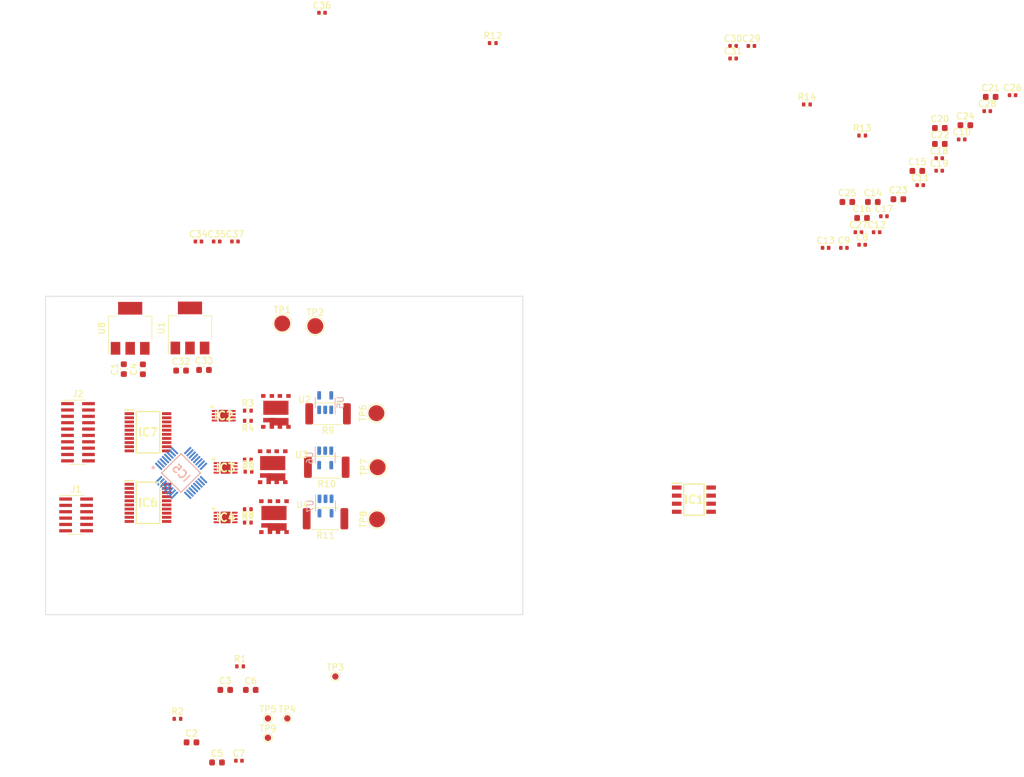
<source format=kicad_pcb>
(kicad_pcb (version 20211014) (generator pcbnew)
  (layers (0 "F.Cu" signal "Front") (1 "In1.Cu" signal) (2 "In2.Cu" signal) (31 "B.Cu" signal "Back") (34 "B.Paste" user) (35 "F.Paste" user) (36 "B.SilkS" user "B.Silkscreen") (37 "F.SilkS" user "F.Silkscreen") (38 "B.Mask" user) (39 "F.Mask" user) (44 "Edge.Cuts" user))
  (property "2" "/2")
  (net 0 "")
  (net 1 "batt")
  (net 2 "GND")
  (net 3 "5v")
  (net 4 "A_current")
  (net 5 "Net-(C11-Pad1)")
  (net 6 "Net-(C11-Pad2)")
  (net 7 "Net-(C12-Pad1)")
  (net 8 "Net-(C12-Pad2)")
  (net 9 "Net-(C13-Pad1)")
  (net 10 "Net-(C13-Pad2)")
  (net 11 "A1")
  (net 12 "B1")
  (net 13 "C1")
  (net 14 "Net-(C30-Pad1)")
  (net 15 "en3")
  (net 16 "en2")
  (net 17 "en1")
  (net 18 "pwm2")
  (net 19 "pwm3")
  (net 20 "pwm1")
  (net 21 "pos")
  (net 22 "3v3")
  (net 23 "Net-(IC1-Pad5)")
  (net 24 "Net-(IC6-Pad1)")
  (net 25 "Net-(IC6-Pad3)")
  (net 26 "Net-(IC6-Pad4)")
  (net 27 "Net-(IC6-Pad5)")
  (net 28 "Net-(IC6-Pad6)")
  (net 29 "Net-(IC6-Pad7)")
  (net 30 "Net-(IC6-Pad8)")
  (net 31 "Net-(IC6-Pad9)")
  (net 32 "Net-(IC7-Pad1)")
  (net 33 "Net-(IC7-Pad3)")
  (net 34 "Net-(IC7-Pad4)")
  (net 35 "Net-(IC7-Pad5)")
  (net 36 "Net-(IC7-Pad6)")
  (net 42 "Net-(IC1-Pad7)")
  (net 43 "Net-(IC1-Pad6)")
  (net 44 "Net-(R3-Pad1)")
  (net 45 "Net-(IC2-Pad8)")
  (net 46 "Net-(R4-Pad1)")
  (net 47 "Net-(IC2-Pad5)")
  (net 48 "Net-(R5-Pad1)")
  (net 49 "Net-(IC3-Pad8)")
  (net 50 "Net-(R6-Pad1)")
  (net 51 "Net-(IC3-Pad5)")
  (net 52 "Net-(R7-Pad1)")
  (net 53 "Net-(IC4-Pad8)")
  (net 54 "Net-(R8-Pad1)")
  (net 55 "Net-(IC4-Pad5)")
  (net 56 "A")
  (net 57 "B")
  (net 58 "C")
  (net 59 "Net-(R12-Pad2)")
  (net 60 "Net-(R13-Pad2)")
  (net 61 "Net-(R14-Pad2)")
  (net 62 "/adc/busy")
  (net 63 "B_current")
  (net 64 "/adc/b0")
  (net 65 "C_current")
  (net 66 "/adc/b1")
  (net 68 "/adc/b2")
  (net 69 "/adc/b3")
  (net 70 "/adc/b4")
  (net 71 "/adc/b5")
  (net 72 "/adc/b6")
  (net 73 "/adc/b7")
  (net 74 "/adc/b8")
  (net 75 "/adc/b9")
  (net 76 "/adc/b10")
  (net 77 "/adc/b11")
  (net 78 "Net-(IC1-Pad8)")
  (net 84 "/adc/a2")
  (net 85 "/adc/a1")
  (net 86 "/adc/a0")
  (net 87 "/adc/wr")
  (net 88 "/adc/clk")
  (net 89 "/adc/rd")
  (footprint "Connector_PinHeader_1.00mm:PinHeader_2x06_P1.00mm_Vertical_SMD" (layer "F.Cu") (at 64.4 134)
    (fp_text reference "J1" (at 0 -4.06) (layer "F.SilkS"))
    (fp_text value "Conn_02x06_Counter_Clockwise")
    (pad "1" smd rect (at -1.65 -2.5) (size 2 0.5) (layers "F.Cu" "F.Paste" "F.Mask") (net 15 "en3"))
    (pad "2" smd rect (at 1.65 -2.5) (size 2 0.5) (layers "F.Cu" "F.Paste" "F.Mask") (net 16 "en2"))
    (pad "3" smd rect (at -1.65 -1.5) (size 2 0.5) (layers "F.Cu" "F.Paste" "F.Mask") (net 17 "en1"))
    (pad "4" smd rect (at 1.65 -1.5) (size 2 0.5) (layers "F.Cu" "F.Paste" "F.Mask") (net 18 "pwm2"))
    (pad "5" smd rect (at -1.65 -0.5) (size 2 0.5) (layers "F.Cu" "F.Paste" "F.Mask") (net 2 "GND"))
    (pad "6" smd rect (at 1.65 -0.5) (size 2 0.5) (layers "F.Cu" "F.Paste" "F.Mask") (net 19 "pwm3"))
    (pad "7" smd rect (at -1.65 0.5) (size 2 0.5) (layers "F.Cu" "F.Paste" "F.Mask") (net 20 "pwm1"))
    (pad "8" smd rect (at 1.65 0.5) (size 2 0.5) (layers "F.Cu" "F.Paste" "F.Mask") (net 2 "GND"))
    (pad "9" smd rect (at -1.65 1.5) (size 2 0.5) (layers "F.Cu" "F.Paste" "F.Mask") (net 21 "pos"))
    (pad "10" smd rect (at 1.65 1.5) (size 2 0.5) (layers "F.Cu" "F.Paste" "F.Mask") (net 13 "C1"))
    (pad "11" smd rect (at -1.65 2.5) (size 2 0.5) (layers "F.Cu" "F.Paste" "F.Mask") (net 12 "B1"))
    (pad "12" smd rect (at 1.65 2.5) (size 2 0.5) (layers "F.Cu" "F.Paste" "F.Mask") (net 11 "A1"))
  )
  (footprint "foc_fpga:pdfn5060" (layer "F.Cu") (at 95.3 125.85)
    (fp_text reference "U3" (at 4.5 -1.3 unlocked) (layer "F.SilkS"))
    (fp_text value "ru30j30m")
    (pad "1" smd rect (at -1.98 3) (size 0.7 0.6) (layers "F.Cu" "F.Paste" "F.Mask") (net 48 "Net-(R5-Pad1)"))
    (pad "2" smd rect (at 0.63 3) (size 0.7 0.6) (layers "F.Cu" "F.Paste" "F.Mask") (net 1 "batt"))
    (pad "2" smd rect (at 1.98 3) (size 0.7 0.6) (layers "F.Cu" "F.Paste" "F.Mask") (net 1 "batt"))
    (pad "2" smd rect (at 0.5 2.1925) (size 2.98 1.185) (layers "F.Cu" "F.Paste" "F.Mask") (net 1 "batt"))
    (pad "2" smd rect (at -0.63 3) (size 0.7 0.6) (layers "F.Cu" "F.Paste" "F.Mask") (net 1 "batt"))
    (pad "2" smd rect (at -1.045 1.95) (size 1.91 0.7) (layers "F.Cu" "F.Paste" "F.Mask") (net 1 "batt"))
    (pad "3" smd rect (at 0 0) (size 3.96 2.22) (layers "F.Cu" "F.Paste" "F.Mask") (net 8 "Net-(C12-Pad2)"))
    (pad "4" smd rect (at -0.63 -1.86) (size 0.7 0.6) (layers "F.Cu" "F.Paste" "F.Mask") (net 2 "GND"))
    (pad "4" smd rect (at 1.98 -1.86) (size 0.7 0.6) (layers "F.Cu" "F.Paste" "F.Mask") (net 2 "GND"))
    (pad "4" smd rect (at 0.63 -1.86) (size 0.7 0.6) (layers "F.Cu" "F.Paste" "F.Mask") (net 2 "GND"))
    (pad "5" smd rect (at -1.98 -1.86) (size 0.7 0.6) (layers "F.Cu" "F.Paste" "F.Mask") (net 50 "Net-(R6-Pad1)"))
  )
  (footprint "Capacitor_SMD:C_0603_1608Metric" (layer "F.Cu") (at 196.61 79.9)
    (fp_text reference "C15" (at 0 -1.43) (layer "F.SilkS"))
    (fp_text value "22uf")
    (pad "1" smd roundrect (at -0.775 0) (size 0.9 0.95) (layers "F.Cu" "F.Paste" "F.Mask") (net 1 "batt"))
    (pad "2" smd roundrect (at 0.775 0) (size 0.9 0.95) (layers "F.Cu" "F.Paste" "F.Mask") (net 2 "GND"))
  )
  (footprint "Connector_PinHeader_1.00mm:PinHeader_2x10_P1.00mm_Vertical_SMD" (layer "F.Cu") (at 64.7 121)
    (fp_text reference "J2" (at 0 -6.06) (layer "F.SilkS"))
    (fp_text value "Conn_02x10_Counter_Clockwise")
    (pad "1" smd rect (at -1.65 -4.5) (size 2 0.5) (layers "F.Cu" "F.Paste" "F.Mask") (net 24 "Net-(IC6-Pad1)"))
    (pad "2" smd rect (at 1.65 -4.5) (size 2 0.5) (layers "F.Cu" "F.Paste" "F.Mask") (net 25 "Net-(IC6-Pad3)"))
    (pad "3" smd rect (at -1.65 -3.5) (size 2 0.5) (layers "F.Cu" "F.Paste" "F.Mask") (net 26 "Net-(IC6-Pad4)"))
    (pad "4" smd rect (at 1.65 -3.5) (size 2 0.5) (layers "F.Cu" "F.Paste" "F.Mask") (net 27 "Net-(IC6-Pad5)"))
    (pad "5" smd rect (at -1.65 -2.5) (size 2 0.5) (layers "F.Cu" "F.Paste" "F.Mask") (net 28 "Net-(IC6-Pad6)"))
    (pad "6" smd rect (at 1.65 -2.5) (size 2 0.5) (layers "F.Cu" "F.Paste" "F.Mask") (net 29 "Net-(IC6-Pad7)"))
    (pad "7" smd rect (at -1.65 -1.5) (size 2 0.5) (layers "F.Cu" "F.Paste" "F.Mask") (net 30 "Net-(IC6-Pad8)"))
    (pad "8" smd rect (at 1.65 -1.5) (size 2 0.5) (layers "F.Cu" "F.Paste" "F.Mask") (net 31 "Net-(IC6-Pad9)"))
    (pad "9" smd rect (at -1.65 -0.5) (size 2 0.5) (layers "F.Cu" "F.Paste" "F.Mask") (net 86 "/adc/a0"))
    (pad "10" smd rect (at 1.65 -0.5) (size 2 0.5) (layers "F.Cu" "F.Paste" "F.Mask") (net 85 "/adc/a1"))
    (pad "11" smd rect (at -1.65 0.5) (size 2 0.5) (layers "F.Cu" "F.Paste" "F.Mask") (net 84 "/adc/a2"))
    (pad "12" smd rect (at 1.65 0.5) (size 2 0.5) (layers "F.Cu" "F.Paste" "F.Mask") (net 87 "/adc/wr"))
    (pad "13" smd rect (at -1.65 1.5) (size 2 0.5) (layers "F.Cu" "F.Paste" "F.Mask") (net 88 "/adc/clk"))
    (pad "14" smd rect (at 1.65 1.5) (size 2 0.5) (layers "F.Cu" "F.Paste" "F.Mask") (net 89 "/adc/rd"))
    (pad "15" smd rect (at -1.65 2.5) (size 2 0.5) (layers "F.Cu" "F.Paste" "F.Mask") (net 2 "GND"))
    (pad "16" smd rect (at 1.65 2.5) (size 2 0.5) (layers "F.Cu" "F.Paste" "F.Mask") (net 32 "Net-(IC7-Pad1)"))
    (pad "17" smd rect (at -1.65 3.5) (size 2 0.5) (layers "F.Cu" "F.Paste" "F.Mask") (net 33 "Net-(IC7-Pad3)"))
    (pad "18" smd rect (at 1.65 3.5) (size 2 0.5) (layers "F.Cu" "F.Paste" "F.Mask") (net 34 "Net-(IC7-Pad4)"))
    (pad "19" smd rect (at -1.65 4.5) (size 2 0.5) (layers "F.Cu" "F.Paste" "F.Mask") (net 35 "Net-(IC7-Pad5)"))
    (pad "20" smd rect (at 1.65 4.5) (size 2 0.5) (layers "F.Cu" "F.Paste" "F.Mask") (net 36 "Net-(IC7-Pad6)"))
  )
  (footprint "Resistor_SMD:R_2512_6332Metric" (layer "F.Cu") (at 103.6 134.6 180)
    (fp_text reference "R11" (at 0 -2.62) (layer "F.SilkS"))
    (fp_text value "1m")
    (pad "1" smd roundrect (at -2.9625 0 180) (size 1.225 3.35) (layers "F.Cu" "F.Paste" "F.Mask") (roundrect_rratio 0.2040816327) (net 58 "C"))
    (pad "2" smd roundrect (at 2.9625 0 180) (size 1.225 3.35) (layers "F.Cu" "F.Paste" "F.Mask") (roundrect_rratio 0.2040816327) (net 10 "Net-(C13-Pad2)"))
  )
  (footprint "Capacitor_SMD:C_0402_1005Metric" (layer "F.Cu") (at 89.99 172.66)
    (fp_text reference "C7" (at 0 -1.16) (layer "F.SilkS"))
    (fp_text value "100nf")
    (pad "1" smd roundrect (at -0.48 0) (size 0.56 0.62) (layers "F.Cu" "F.Paste" "F.Mask") (net 22 "3v3"))
    (pad "2" smd roundrect (at 0.48 0) (size 0.56 0.62) (layers "F.Cu" "F.Paste" "F.Mask") (net 2 "GND"))
  )
  (footprint "Capacitor_SMD:C_0603_1608Metric" (layer "F.Cu") (at 193.63 84.35)
    (fp_text reference "C23" (at 0 -1.43) (layer "F.SilkS"))
    (fp_text value "22uf")
    (pad "1" smd roundrect (at -0.775 0) (size 0.9 0.95) (layers "F.Cu" "F.Paste" "F.Mask") (net 1 "batt"))
    (pad "2" smd roundrect (at 0.775 0) (size 0.9 0.95) (layers "F.Cu" "F.Paste" "F.Mask") (net 2 "GND"))
  )
  (footprint "Capacitor_SMD:C_0402_1005Metric" (layer "F.Cu") (at 86.5 91)
    (fp_text reference "C35" (at 0 -1.16) (layer "F.SilkS"))
    (fp_text value "100nf")
    (pad "1" smd roundrect (at -0.48 0) (size 0.56 0.62) (layers "F.Cu" "F.Paste" "F.Mask") (net 3 "5v"))
    (pad "2" smd roundrect (at 0.48 0) (size 0.56 0.62) (layers "F.Cu" "F.Paste" "F.Mask") (net 2 "GND"))
  )
  (footprint "Capacitor_SMD:C_0402_1005Metric" (layer "F.Cu") (at 200.05 77.9)
    (fp_text reference "C18" (at 0 -1.16) (layer "F.SilkS"))
    (fp_text value "100nf")
    (pad "1" smd roundrect (at -0.48 0) (size 0.56 0.62) (layers "F.Cu" "F.Paste" "F.Mask") (net 3 "5v"))
    (pad "2" smd roundrect (at 0.48 0) (size 0.56 0.62) (layers "F.Cu" "F.Paste" "F.Mask") (net 2 "GND"))
  )
  (footprint "Capacitor_SMD:C_0603_1608Metric" (layer "F.Cu") (at 200.15 73.15)
    (fp_text reference "C20" (at 0 -1.43) (layer "F.SilkS"))
    (fp_text value "22uf")
    (pad "1" smd roundrect (at -0.775 0) (size 0.9 0.95) (layers "F.Cu" "F.Paste" "F.Mask") (net 1 "batt"))
    (pad "2" smd roundrect (at 0.775 0) (size 0.9 0.95) (layers "F.Cu" "F.Paste" "F.Mask") (net 2 "GND"))
  )
  (footprint "Capacitor_SMD:C_0603_1608Metric" (layer "F.Cu") (at 200.15 75.66)
    (fp_text reference "C22" (at 0 -1.43) (layer "F.SilkS"))
    (fp_text value "22uf")
    (pad "1" smd roundrect (at -0.775 0) (size 0.9 0.95) (layers "F.Cu" "F.Paste" "F.Mask") (net 1 "batt"))
    (pad "2" smd roundrect (at 0.775 0) (size 0.9 0.95) (layers "F.Cu" "F.Paste" "F.Mask") (net 2 "GND"))
  )
  (footprint "Package_TO_SOT_SMD:SOT-223-3_TabPin2" (layer "F.Cu") (at 72.9 104.65 90)
    (fp_text reference "U8" (at 0 -4.5 90) (layer "F.SilkS"))
    (fp_text value "AMS1117-3.3")
    (pad "1" smd rect (at -3.15 -2.3 90) (size 2 1.5) (layers "F.Cu" "F.Paste" "F.Mask") (net 2 "GND"))
    (pad "2" smd rect (at -3.15 0 90) (size 2 1.5) (layers "F.Cu" "F.Paste" "F.Mask") (net 22 "3v3"))
    (pad "2" smd rect (at 3.15 0 90) (size 2 3.8) (layers "F.Cu" "F.Paste" "F.Mask") (net 22 "3v3"))
    (pad "3" smd rect (at -3.15 2.3 90) (size 2 1.5) (layers "F.Cu" "F.Paste" "F.Mask") (net 1 "batt"))
  )
  (footprint "KiCad:SON50P300X300X100-9N-D" (layer "F.Cu") (at 87.9 134.4)
    (fp_text reference "IC4" (at 0 0) (layer "F.SilkS") (effects (font (size 1.27 1.27) (thickness 0.254))))
    (fp_text value "NCP81155MNTXG" hide)
    (pad "1" smd rect locked (at -1.45 -0.75 90) (size 0.3 0.85) (layers "F.Cu" "F.Paste" "F.Mask") (net 9 "Net-(C13-Pad1)"))
    (pad "2" smd rect locked (at -1.45 -0.25 90) (size 0.3 0.85) (layers "F.Cu" "F.Paste" "F.Mask") (net 19 "pwm3"))
    (pad "3" smd rect locked (at -1.45 0.25 90) (size 0.3 0.85) (layers "F.Cu" "F.Paste" "F.Mask") (net 15 "en3"))
    (pad "4" smd rect locked (at -1.45 0.75 90) (size 0.3 0.85) (layers "F.Cu" "F.Paste" "F.Mask") (net 1 "batt"))
    (pad "5" smd rect locked (at 1.45 0.75 90) (size 0.3 0.85) (layers "F.Cu" "F.Paste" "F.Mask") (net 55 "Net-(IC4-Pad5)"))
    (pad "6" smd rect locked (at 1.45 0.25 90) (size 0.3 0.85) (layers "F.Cu" "F.Paste" "F.Mask") (net 2 "GND"))
    (pad "7" smd rect locked (at 1.45 -0.25 90) (size 0.3 0.85) (layers "F.Cu" "F.Paste" "F.Mask") (net 10 "Net-(C13-Pad2)"))
    (pad "8" smd rect locked (at 1.45 -0.75 90) (size 0.3 0.85) (layers "F.Cu" "F.Paste" "F.Mask") (net 53 "Net-(IC4-Pad8)"))
    (pad "9" smd rect locked (at 0 0) (size 1.55 1.84) (layers "F.Cu" "F.Paste" "F.Mask") (net 2 "GND"))
  )
  (footprint "Resistor_SMD:R_0402_1005Metric" (layer "F.Cu") (at 91.4 119.2 180)
    (fp_text reference "R4" (at 0 -1.17) (layer "F.SilkS"))
    (fp_text value "20")
    (pad "1" smd roundrect (at -0.51 0 180) (size 0.54 0.64) (layers "F.Cu" "F.Paste" "F.Mask") (net 46 "Net-(R4-Pad1)"))
    (pad "2" smd roundrect (at 0.51 0 180) (size 0.54 0.64) (layers "F.Cu" "F.Paste" "F.Mask") (net 47 "Net-(IC2-Pad5)"))
  )
  (footprint "Resistor_SMD:R_0402_1005Metric" (layer "F.Cu") (at 91.39 135.2)
    (fp_text reference "R8" (at 0 -1.17) (layer "F.SilkS"))
    (fp_text value "20")
    (pad "1" smd roundrect (at -0.51 0) (size 0.54 0.64) (layers "F.Cu" "F.Paste" "F.Mask") (net 54 "Net-(R8-Pad1)"))
    (pad "2" smd roundrect (at 0.51 0) (size 0.54 0.64) (layers "F.Cu" "F.Paste" "F.Mask") (net 55 "Net-(IC4-Pad5)"))
  )
  (footprint "Resistor_SMD:R_0402_1005Metric" (layer "F.Cu") (at 80.33 166.07)
    (fp_text reference "R2" (at 0 -1.17) (layer "F.SilkS"))
    (fp_text value "R")
    (pad "1" smd roundrect (at -0.51 0) (size 0.54 0.64) (layers "F.Cu" "F.Paste" "F.Mask") (net 22 "3v3"))
    (pad "2" smd roundrect (at 0.51 0) (size 0.54 0.64) (layers "F.Cu" "F.Paste" "F.Mask") (net 43 "Net-(IC1-Pad6)"))
  )
  (footprint "KiCad:SON50P300X300X100-9N-D" (layer "F.Cu") (at 87.6 118.4)
    (fp_text reference "IC2" (at 0 0) (layer "F.SilkS") (effects (font (size 1.27 1.27) (thickness 0.254))))
    (fp_text value "NCP81155MNTXG" hide)
    (pad "1" smd rect locked (at -1.45 -0.75 90) (size 0.3 0.85) (layers "F.Cu" "F.Paste" "F.Mask") (net 5 "Net-(C11-Pad1)"))
    (pad "2" smd rect locked (at -1.45 -0.25 90) (size 0.3 0.85) (layers "F.Cu" "F.Paste" "F.Mask") (net 20 "pwm1"))
    (pad "3" smd rect locked (at -1.45 0.25 90) (size 0.3 0.85) (layers "F.Cu" "F.Paste" "F.Mask") (net 17 "en1"))
    (pad "4" smd rect locked (at -1.45 0.75 90) (size 0.3 0.85) (layers "F.Cu" "F.Paste" "F.Mask") (net 1 "batt"))
    (pad "5" smd rect locked (at 1.45 0.75 90) (size 0.3 0.85) (layers "F.Cu" "F.Paste" "F.Mask") (net 47 "Net-(IC2-Pad5)"))
    (pad "6" smd rect locked (at 1.45 0.25 90) (size 0.3 0.85) (layers "F.Cu" "F.Paste" "F.Mask") (net 2 "GND"))
    (pad "7" smd rect locked (at 1.45 -0.25 90) (size 0.3 0.85) (layers "F.Cu" "F.Paste" "F.Mask") (net 6 "Net-(C11-Pad2)"))
    (pad "8" smd rect locked (at 1.45 -0.75 90) (size 0.3 0.85) (layers "F.Cu" "F.Paste" "F.Mask") (net 45 "Net-(IC2-Pad8)"))
    (pad "9" smd rect locked (at 0 0) (size 1.55 1.84) (layers "F.Cu" "F.Paste" "F.Mask") (net 2 "GND"))
  )
  (footprint "Capacitor_SMD:C_0402_1005Metric" (layer "F.Cu") (at 103.05 55.03)
    (fp_text reference "C36" (at 0 -1.16) (layer "F.SilkS"))
    (fp_text value "100nf")
    (pad "1" smd roundrect (at -0.48 0) (size 0.56 0.62) (layers "F.Cu" "F.Paste" "F.Mask") (net 22 "3v3"))
    (pad "2" smd roundrect (at 0.48 0) (size 0.56 0.62) (layers "F.Cu" "F.Paste" "F.Mask") (net 2 "GND"))
  )
  (footprint "TestPoint:TestPoint_Pad_D2.5mm" (layer "F.Cu") (at 111.8 126.5 90)
    (fp_text reference "TP7" (at 0 -2.148 90) (layer "F.SilkS"))
    (fp_text value "TestPoint")
    (pad "1" smd circle (at 0 0 90) (size 2.5 2.5) (layers "F.Cu" "F.Mask") (net 57 "B"))
  )
  (footprint "Capacitor_SMD:C_0603_1608Metric" (layer "F.Cu") (at 74.9 111.1 90)
    (fp_text reference "C4" (at 0 -1.43 90) (layer "F.SilkS"))
    (fp_text value "2.2uf")
    (pad "1" smd roundrect (at -0.775 0 90) (size 0.9 0.95) (layers "F.Cu" "F.Paste" "F.Mask") (net 3 "5v"))
    (pad "2" smd roundrect (at 0.775 0 90) (size 0.9 0.95) (layers "F.Cu" "F.Paste" "F.Mask") (net 2 "GND"))
  )
  (footprint "foc_fpga:pdfn5060" (layer "F.Cu") (at 95.5 133.7)
    (fp_text reference "U4" (at 4.5 -1.3 unlocked) (layer "F.SilkS"))
    (fp_text value "ru30j30m")
    (pad "1" smd rect (at -1.98 3) (size 0.7 0.6) (layers "F.Cu" "F.Paste" "F.Mask") (net 52 "Net-(R7-Pad1)"))
    (pad "2" smd rect (at -0.63 3) (size 0.7 0.6) (layers "F.Cu" "F.Paste" "F.Mask") (net 1 "batt"))
    (pad "2" smd rect (at -1.045 1.95) (size 1.91 0.7) (layers "F.Cu" "F.Paste" "F.Mask") (net 1 "batt"))
    (pad "2" smd rect (at 0.63 3) (size 0.7 0.6) (layers "F.Cu" "F.Paste" "F.Mask") (net 1 "batt"))
    (pad "2" smd rect (at 1.98 3) (size 0.7 0.6) (layers "F.Cu" "F.Paste" "F.Mask") (net 1 "batt"))
    (pad "2" smd rect (at 0.5 2.1925) (size 2.98 1.185) (layers "F.Cu" "F.Paste" "F.Mask") (net 1 "batt"))
    (pad "3" smd rect (at 0 0) (size 3.96 2.22) (layers "F.Cu" "F.Paste" "F.Mask") (net 10 "Net-(C13-Pad2)"))
    (pad "4" smd rect (at 1.98 -1.86) (size 0.7 0.6) (layers "F.Cu" "F.Paste" "F.Mask") (net 2 "GND"))
    (pad "4" smd rect (at -0.63 -1.86) (size 0.7 0.6) (layers "F.Cu" "F.Paste" "F.Mask") (net 2 "GND"))
    (pad "4" smd rect (at 0.63 -1.86) (size 0.7 0.6) (layers "F.Cu" "F.Paste" "F.Mask") (net 2 "GND"))
    (pad "5" smd rect (at -1.98 -1.86) (size 0.7 0.6) (layers "F.Cu" "F.Paste" "F.Mask") (net 54 "Net-(R8-Pad1)"))
  )
  (footprint "Capacitor_SMD:C_0402_1005Metric" (layer "F.Cu") (at 207.6 70.5)
    (fp_text reference "C28" (at 0 -1.16) (layer "F.SilkS"))
    (fp_text value "47nf")
    (pad "1" smd roundrect (at -0.48 0) (size 0.56 0.62) (layers "F.Cu" "F.Paste" "F.Mask") (net 65 "C_current"))
    (pad "2" smd roundrect (at 0.48 0) (size 0.56 0.62) (layers "F.Cu" "F.Paste" "F.Mask") (net 2 "GND"))
  )
  (footprint "Resistor_SMD:R_0402_1005Metric" (layer "F.Cu") (at 129.89 59.8)
    (fp_text reference "R12" (at 0 -1.17) (layer "F.SilkS"))
    (fp_text value "1k")
    (pad "1" smd roundrect (at -0.51 0) (size 0.54 0.64) (layers "F.Cu" "F.Paste" "F.Mask") (net 4 "A_current"))
    (pad "2" smd roundrect (at 0.51 0) (size 0.54 0.64) (layers "F.Cu" "F.Paste" "F.Mask") (net 59 "Net-(R12-Pad2)"))
  )
  (footprint "Resistor_SMD:R_0402_1005Metric" (layer "F.Cu") (at 91.39 133.1 180)
    (fp_text reference "R7" (at 0 -1.17) (layer "F.SilkS"))
    (fp_text value "20")
    (pad "1" smd roundrect (at -0.51 0 180) (size 0.54 0.64) (layers "F.Cu" "F.Paste" "F.Mask") (net 52 "Net-(R7-Pad1)"))
    (pad "2" smd roundrect (at 0.51 0 180) (size 0.54 0.64) (layers "F.Cu" "F.Paste" "F.Mask") (net 53 "Net-(IC4-Pad8)"))
  )
  (footprint "Capacitor_SMD:C_0603_1608Metric" (layer "F.Cu") (at 204.16 72.71)
    (fp_text reference "C24" (at 0 -1.43) (layer "F.SilkS"))
    (fp_text value "22uf")
    (pad "1" smd roundrect (at -0.775 0) (size 0.9 0.95) (layers "F.Cu" "F.Paste" "F.Mask") (net 1 "batt"))
    (pad "2" smd roundrect (at 0.775 0) (size 0.9 0.95) (layers "F.Cu" "F.Paste" "F.Mask") (net 2 "GND"))
  )
  (footprint "Capacitor_SMD:C_0402_1005Metric" (layer "F.Cu") (at 187.35 89.54)
    (fp_text reference "C27" (at 0 -1.16) (layer "F.SilkS"))
    (fp_text value "47nf")
    (pad "1" smd roundrect (at -0.48 0) (size 0.56 0.62) (layers "F.Cu" "F.Paste" "F.Mask") (net 63 "B_current"))
    (pad "2" smd roundrect (at 0.48 0) (size 0.56 0.62) (layers "F.Cu" "F.Paste" "F.Mask") (net 2 "GND"))
  )
  (footprint "Package_TO_SOT_SMD:SOT-223-3_TabPin2" (layer "F.Cu") (at 82.3 104.6 90)
    (fp_text reference "U1" (at 0 -4.5 90) (layer "F.SilkS"))
    (fp_text value "AMS1117-5.0")
    (pad "1" smd rect (at -3.15 -2.3 90) (size 2 1.5) (layers "F.Cu" "F.Paste" "F.Mask") (net 2 "GND"))
    (pad "2" smd rect (at 3.15 0 90) (size 2 3.8) (layers "F.Cu" "F.Paste" "F.Mask") (net 3 "5v"))
    (pad "2" smd rect (at -3.15 0 90) (size 2 1.5) (layers "F.Cu" "F.Paste" "F.Mask") (net 3 "5v"))
    (pad "3" smd rect (at -3.15 2.3 90) (size 2 1.5) (layers "F.Cu" "F.Paste" "F.Mask") (net 1 "batt"))
  )
  (footprint "Capacitor_SMD:C_0603_1608Metric" (layer "F.Cu") (at 84.5 111.2)
    (fp_text reference "C33" (at 0 -1.43) (layer "F.SilkS"))
    (fp_text value "2.2uf")
    (pad "1" smd roundrect (at -0.775 0) (size 0.9 0.95) (layers "F.Cu" "F.Paste" "F.Mask") (net 22 "3v3"))
    (pad "2" smd roundrect (at 0.775 0) (size 0.9 0.95) (layers "F.Cu" "F.Paste" "F.Mask") (net 2 "GND"))
  )
  (footprint "Capacitor_SMD:C_0402_1005Metric" (layer "F.Cu") (at 200.05 79.87)
    (fp_text reference "C19" (at 0 -1.16) (layer "F.SilkS"))
    (fp_text value "100nf")
    (pad "1" smd roundrect (at -0.48 0) (size 0.56 0.62) (layers "F.Cu" "F.Paste" "F.Mask") (net 3 "5v"))
    (pad "2" smd roundrect (at 0.48 0) (size 0.56 0.62) (layers "F.Cu" "F.Paste" "F.Mask") (net 2 "GND"))
  )
  (footprint "TestPoint:TestPoint_Pad_D1.0mm" (layer "F.Cu") (at 97.6 166)
    (fp_text reference "TP4" (at 0 -1.448) (layer "F.SilkS"))
    (fp_text value "scl")
    (pad "1" smd circle (at 0 0) (size 1 1) (layers "F.Cu" "F.Mask") (net 42 "Net-(IC1-Pad7)"))
  )
  (footprint "Capacitor_SMD:C_0603_1608Metric" (layer "F.Cu") (at 71.9 111.075 90)
    (fp_text reference "C1" (at 0 -1.43 90) (layer "F.SilkS"))
    (fp_text value "2.2uf")
    (pad "1" smd roundrect (at -0.775 0 90) (size 0.9 0.95) (layers "F.Cu" "F.Paste" "F.Mask") (net 1 "batt"))
    (pad "2" smd roundrect (at 0.775 0 90) (size 0.9 0.95) (layers "F.Cu" "F.Paste" "F.Mask") (net 2 "GND"))
  )
  (footprint "Capacitor_SMD:C_0603_1608Metric" (layer "F.Cu") (at 86.55 172.93)
    (fp_text reference "C5" (at 0 -1.43) (layer "F.SilkS"))
    (fp_text value "22uf")
    (pad "1" smd roundrect (at -0.775 0) (size 0.9 0.95) (layers "F.Cu" "F.Paste" "F.Mask") (net 1 "batt"))
    (pad "2" smd roundrect (at 0.775 0) (size 0.9 0.95) (layers "F.Cu" "F.Paste" "F.Mask") (net 2 "GND"))
  )
  (footprint "Capacitor_SMD:C_0402_1005Metric" (layer "F.Cu") (at 185.07 92)
    (fp_text reference "C9" (at 0 -1.16) (layer "F.SilkS"))
    (fp_text value "2.2uf")
    (pad "1" smd roundrect (at -0.48 0) (size 0.56 0.62) (layers "F.Cu" "F.Paste" "F.Mask") (net 1 "batt"))
    (pad "2" smd roundrect (at 0.48 0) (size 0.56 0.62) (layers "F.Cu" "F.Paste" "F.Mask") (net 2 "GND"))
  )
  (footprint "Capacitor_SMD:C_0402_1005Metric" (layer "F.Cu") (at 182.2 92)
    (fp_text reference "C13" (at 0 -1.16) (layer "F.SilkS"))
    (fp_text value "100nf")
    (pad "1" smd roundrect (at -0.48 0) (size 0.56 0.62) (layers "F.Cu" "F.Paste" "F.Mask") (net 9 "Net-(C13-Pad1)"))
    (pad "2" smd roundrect (at 0.48 0) (size 0.56 0.62) (layers "F.Cu" "F.Paste" "F.Mask") (net 10 "Net-(C13-Pad2)"))
  )
  (footprint "Capacitor_SMD:C_0402_1005Metric" (layer "F.Cu") (at 167.66 60.25)
    (fp_text reference "C30" (at 0 -1.16) (layer "F.SilkS"))
    (fp_text value "100nf")
    (pad "1" smd roundrect (at -0.48 0) (size 0.56 0.62) (layers "F.Cu" "F.Paste" "F.Mask") (net 14 "Net-(C30-Pad1)"))
    (pad "2" smd roundrect (at 0.48 0) (size 0.56 0.62) (layers "F.Cu" "F.Paste" "F.Mask") (net 2 "GND"))
  )
  (footprint "Capacitor_SMD:C_0402_1005Metric" (layer "F.Cu") (at 83.63 91)
    (fp_text reference "C34" (at 0 -1.16) (layer "F.SilkS"))
    (fp_text value "100nf")
    (pad "1" smd roundrect (at -0.48 0) (size 0.56 0.62) (layers "F.Cu" "F.Paste" "F.Mask") (net 3 "5v"))
    (pad "2" smd roundrect (at 0.48 0) (size 0.56 0.62) (layers "F.Cu" "F.Paste" "F.Mask") (net 2 "GND"))
  )
  (footprint "Capacitor_SMD:C_0402_1005Metric" (layer "F.Cu") (at 187.94 91.51)
    (fp_text reference "C8" (at 0 -1.16) (layer "F.SilkS"))
    (fp_text value "2.2uf")
    (pad "1" smd roundrect (at -0.48 0) (size 0.56 0.62) (layers "F.Cu" "F.Paste" "F.Mask") (net 1 "batt"))
    (pad "2" smd roundrect (at 0.48 0) (size 0.56 0.62) (layers "F.Cu" "F.Paste" "F.Mask") (net 2 "GND"))
  )
  (footprint "Capacitor_SMD:C_0402_1005Metric" (layer "F.Cu") (at 191.36 87.03)
    (fp_text reference "C17" (at 0 -1.16) (layer "F.SilkS"))
    (fp_text value "100nf")
    (pad "1" smd roundrect (at -0.48 0) (size 0.56 0.62) (layers "F.Cu" "F.Paste" "F.Mask") (net 3 "5v"))
    (pad "2" smd roundrect (at 0.48 0) (size 0.56 0.62) (layers "F.Cu" "F.Paste" "F.Mask") (net 2 "GND"))
  )
  (footprint "TestPoint:TestPoint_Pad_D1.0mm" (layer "F.Cu") (at 105.15 159.41)
    (fp_text reference "TP3" (at 0 -1.448) (layer "F.SilkS"))
    (fp_text value "dir")
    (pad "1" smd circle (at 0 0) (size 1 1) (layers "F.Cu" "F.Mask") (net 78 "Net-(IC1-Pad8)"))
  )
  (footprint "Capacitor_SMD:C_0603_1608Metric" (layer "F.Cu") (at 87.84 161.52)
    (fp_text reference "C3" (at 0 -1.43) (layer "F.SilkS"))
    (fp_text value "22uf")
    (pad "1" smd roundrect (at -0.775 0) (size 0.9 0.95) (layers "F.Cu" "F.Paste" "F.Mask") (net 1 "batt"))
    (pad "2" smd roundrect (at 0.775 0) (size 0.9 0.95) (layers "F.Cu" "F.Paste" "F.Mask") (net 2 "GND"))
  )
  (footprint "TestPoint:TestPoint_Pad_D1.0mm" (layer "F.Cu") (at 94.55 166)
    (fp_text reference "TP5" (at 0 -1.448) (layer "F.SilkS"))
    (fp_text value "sda")
    (pad "1" smd circle (at 0 0) (size 1 1) (layers "F.Cu" "F.Mask") (net 43 "Net-(IC1-Pad6)"))
  )
  (footprint "Resistor_SMD:R_2512_6332Metric" (layer "F.Cu") (at 104 118.1 180)
    (fp_text reference "R9" (at 0 -2.62) (layer "F.SilkS"))
    (fp_text value "1m")
    (pad "1" smd roundrect (at -2.9625 0 180) (size 1.225 3.35) (layers "F.Cu" "F.Paste" "F.Mask") (roundrect_rratio 0.2040816327) (net 56 "A"))
    (pad "2" smd roundrect (at 2.9625 0 180) (size 1.225 3.35) (layers "F.Cu" "F.Paste" "F.Mask") (roundrect_rratio 0.2040816327) (net 6 "Net-(C11-Pad2)"))
  )
  (footprint "KiCad:SOIC127P600X175-8N" (layer "F.Cu") (at 161.5 131.6)
    (fp_text reference "IC1" (at 0 0) (layer "F.SilkS") (effects (font (size 1.27 1.27) (thickness 0.254))))
    (fp_text value "AS5600-ASOM" hide)
    (pad "1" smd rect locked (at -2.7 -1.905 90) (size 0.65 1.5) (layers "F.Cu" "F.Paste" "F.Mask") (net 22 "3v3"))
    (pad "2" smd rect locked (at -2.7 -0.635 90) (size 0.65 1.5) (layers "F.Cu" "F.Paste" "F.Mask") (net 22 "3v3"))
    (pad "3" smd rect locked (at -2.7 0.635 90) (size 0.65 1.5) (layers "F.Cu" "F.Paste" "F.Mask") (net 21 "pos"))
    (pad "4" smd rect locked (at -2.7 1.905 90) (size 0.65 1.5) (layers "F.Cu" "F.Paste" "F.Mask") (net 2 "GND"))
    (pad "5" smd rect locked (at 2.7 1.905 90) (size 0.65 1.5) (layers "F.Cu" "F.Paste" "F.Mask") (net 23 "Net-(IC1-Pad5)"))
    (pad "6" smd rect locked (at 2.7 0.635 90) (size 0.65 1.5) (layers "F.Cu" "F.Paste" "F.Mask") (net 43 "Net-(IC1-Pad6)"))
    (pad "7" smd rect locked (at 2.7 -0.635 90) (size 0.65 1.5) (layers "F.Cu" "F.Paste" "F.Mask") (net 42 "Net-(IC1-Pad7)"))
    (pad "8" smd rect locked (at 2.7 -1.905 90) (size 0.65 1.5) (layers "F.Cu" "F.Paste" "F.Mask") (net 78 "Net-(IC1-Pad8)"))
  )
  (footprint "Capacitor_SMD:C_0603_1608Metric" (layer "F.Cu") (at 208.14 68.26)
    (fp_text reference "C21" (at 0 -1.43) (layer "F.SilkS"))
    (fp_text value "22uf")
    (pad "1" smd roundrect (at -0.775 0) (size 0.9 0.95) (layers "F.Cu" "F.Paste" "F.Mask") (net 1 "batt"))
    (pad "2" smd roundrect (at 0.775 0) (size 0.9 0.95) (layers "F.Cu" "F.Paste" "F.Mask") (net 2 "GND"))
  )
  (footprint "Capacitor_SMD:C_0402_1005Metric" (layer "F.Cu") (at 89.37 91)
    (fp_text reference "C37" (at 0 -1.16) (layer "F.SilkS"))
    (fp_text value "100nf")
    (pad "1" smd roundrect (at -0.48 0) (size 0.56 0.62) (layers "F.Cu" "F.Paste" "F.Mask") (net 22 "3v3"))
    (pad "2" smd roundrect (at 0.48 0) (size 0.56 0.62) (layers "F.Cu" "F.Paste" "F.Mask") (net 2 "GND"))
  )
  (footprint "Capacitor_SMD:C_0402_1005Metric" (layer "F.Cu") (at 190.22 89.54)
    (fp_text reference "C12" (at 0 -1.16) (layer "F.SilkS"))
    (fp_text value "100nf")
    (pad "1" smd roundrect (at -0.48 0) (size 0.56 0.62) (layers "F.Cu" "F.Paste" "F.Mask") (net 7 "Net-(C12-Pad1)"))
    (pad "2" smd roundrect (at 0.48 0) (size 0.56 0.62) (layers "F.Cu" "F.Paste" "F.Mask") (net 8 "Net-(C12-Pad2)"))
  )
  (footprint "Capacitor_SMD:C_0402_1005Metric" (layer "F.Cu") (at 170.53 60.25)
    (fp_text reference "C29" (at 0 -1.16) (layer "F.SilkS"))
    (fp_text value "100nf")
    (pad "1" smd roundrect (at -0.48 0) (size 0.56 0.62) (layers "F.Cu" "F.Paste" "F.Mask") (net 3 "5v"))
    (pad "2" smd roundrect (at 0.48 0) (size 0.56 0.62) (layers "F.Cu" "F.Paste" "F.Mask") (net 2 "GND"))
  )
  (footprint "Capacitor_SMD:C_0402_1005Metric" (layer "F.Cu") (at 197.07 82.14)
    (fp_text reference "C11" (at 0 -1.16) (layer "F.SilkS"))
    (fp_text value "100nf")
    (pad "1" smd roundrect (at -0.48 0) (size 0.56 0.62) (layers "F.Cu" "F.Paste" "F.Mask") (net 5 "Net-(C11-Pad1)"))
    (pad "2" smd roundrect (at 0.48 0) (size 0.56 0.62) (layers "F.Cu" "F.Paste" "F.Mask") (net 6 "Net-(C11-Pad2)"))
  )
  (footprint "Resistor_SMD:R_0402_1005Metric" (layer "F.Cu") (at 91.4 125.3 180)
    (fp_text reference "R5" (at 0 -1.17) (layer "F.SilkS"))
    (fp_text value "20")
    (pad "1" smd roundrect (at -0.51 0 180) (size 0.54 0.64) (layers "F.Cu" "F.Paste" "F.Mask") (net 48 "Net-(R5-Pad1)"))
    (pad "2" smd roundrect (at 0.51 0 180) (size 0.54 0.64) (layers "F.Cu" "F.Paste" "F.Mask") (net 49 "Net-(IC3-Pad8)"))
  )
  (footprint "KiCad:SON50P300X300X100-9N-D" (layer "F.Cu") (at 87.9 126.6)
    (fp_text reference "IC3" (at 0 0) (layer "F.SilkS") (effects (font (size 1.27 1.27) (thickness 0.254))))
    (fp_text value "NCP81155MNTXG" hide)
    (pad "1" smd rect locked (at -1.45 -0.75 90) (size 0.3 0.85) (layers "F.Cu" "F.Paste" "F.Mask") (net 7 "Net-(C12-Pad1)"))
    (pad "2" smd rect locked (at -1.45 -0.25 90) (size 0.3 0.85) (layers "F.Cu" "F.Paste" "F.Mask") (net 18 "pwm2"))
    (pad "3" smd rect locked (at -1.45 0.25 90) (size 0.3 0.85) (layers "F.Cu" "F.Paste" "F.Mask") (net 16 "en2"))
    (pad "4" smd rect locked (at -1.45 0.75 90) (size 0.3 0.85) (layers "F.Cu" "F.Paste" "F.Mask") (net 1 "batt"))
    (pad "5" smd rect locked (at 1.45 0.75 90) (size 0.3 0.85) (layers "F.Cu" "F.Paste" "F.Mask") (net 51 "Net-(IC3-Pad5)"))
    (pad "6" smd rect locked (at 1.45 0.25 90) (size 0.3 0.85) (layers "F.Cu" "F.Paste" "F.Mask") (net 2 "GND"))
    (pad "7" smd rect locked (at 1.45 -0.25 90) (size 0.3 0.85) (layers "F.Cu" "F.Paste" "F.Mask") (net 8 "Net-(C12-Pad2)"))
    (pad "8" smd rect locked (at 1.45 -0.75 90) (size 0.3 0.85) (layers "F.Cu" "F.Paste" "F.Mask") (net 49 "Net-(IC3-Pad8)"))
    (pad "9" smd rect locked (at 0 0) (size 1.55 1.84) (layers "F.Cu" "F.Paste" "F.Mask") (net 2 "GND"))
  )
  (footprint "Capacitor_SMD:C_0402_1005Metric" (layer "F.Cu") (at 203.59 74.95)
    (fp_text reference "C10" (at 0 -1.16) (layer "F.SilkS"))
    (fp_text value "2.2uf")
    (pad "1" smd roundrect (at -0.48 0) (size 0.56 0.62) (layers "F.Cu" "F.Paste" "F.Mask") (net 1 "batt"))
    (pad "2" smd roundrect (at 0.48 0) (size 0.56 0.62) (layers "F.Cu" "F.Paste" "F.Mask") (net 2 "GND"))
  )
  (footprint "TestPoint:TestPoint_Pad_D2.5mm" (layer "F.Cu") (at 96.8 103.9)
    (fp_text reference "TP1" (at 0 -2.148) (layer "F.SilkS"))
    (fp_text value "batt")
    (pad "1" smd circle (at 0 0) (size 2.5 2.5) (layers "F.Cu" "F.Mask") (net 1 "batt"))
  )
  (footprint "TestPoint:TestPoint_Pad_D2.5mm" (layer "F.Cu") (at 111.7 134.7 90)
    (fp_text reference "TP8" (at 0 -2.148 90) (layer "F.SilkS"))
    (fp_text value "TestPoint")
    (pad "1" smd circle (at 0 0 90) (size 2.5 2.5) (layers "F.Cu" "F.Mask") (net 58 "C"))
  )
  (footprint "TestPoint:TestPoint_Pad_D2.5mm" (layer "F.Cu") (at 111.6 118 90)
    (fp_text reference "TP6" (at 0 -2.148 90) (layer "F.SilkS"))
    (fp_text value "TestPoint")
    (pad "1" smd circle (at 0 0 90) (size 2.5 2.5) (layers "F.Cu" "F.Mask") (net 56 "A"))
  )
  (footprint "Capacitor_SMD:C_0402_1005Metric" (layer "F.Cu") (at 211.58 67.99)
    (fp_text reference "C26" (at 0 -1.16) (layer "F.SilkS"))
    (fp_text value "47nf")
    (pad "1" smd roundrect (at -0.48 0) (size 0.56 0.62) (layers "F.Cu" "F.Paste" "F.Mask") (net 4 "A_current"))
    (pad "2" smd roundrect (at 0.48 0) (size 0.56 0.62) (layers "F.Cu" "F.Paste" "F.Mask") (net 2 "GND"))
  )
  (footprint "Capacitor_SMD:C_0603_1608Metric" (layer "F.Cu") (at 187.92 87.3)
    (fp_text reference "C16" (at 0 -1.43) (layer "F.SilkS"))
    (fp_text value "22uf")
    (pad "1" smd roundrect (at -0.775 0) (size 0.9 0.95) (layers "F.Cu" "F.Paste" "F.Mask") (net 1 "batt"))
    (pad "2" smd roundrect (at 0.775 0) (size 0.9 0.95) (layers "F.Cu" "F.Paste" "F.Mask") (net 2 "GND"))
  )
  (footprint "Capacitor_SMD:C_0402_1005Metric" (layer "F.Cu") (at 167.66 62.22)
    (fp_text reference "C31" (at 0 -1.16) (layer "F.SilkS"))
    (fp_text value "2.2uf")
    (pad "1" smd roundrect (at -0.48 0) (size 0.56 0.62) (layers "F.Cu" "F.Paste" "F.Mask") (net 14 "Net-(C30-Pad1)"))
    (pad "2" smd roundrect (at 0.48 0) (size 0.56 0.62) (layers "F.Cu" "F.Paste" "F.Mask") (net 2 "GND"))
  )
  (footprint "Resistor_SMD:R_0402_1005Metric" (layer "F.Cu") (at 90.18 157.82)
    (fp_text reference "R1" (at 0 -1.17) (layer "F.SilkS"))
    (fp_text value "R")
    (pad "1" smd roundrect (at -0.51 0) (size 0.54 0.64) (layers "F.Cu" "F.Paste" "F.Mask") (net 22 "3v3"))
    (pad "2" smd roundrect (at 0.51 0) (size 0.54 0.64) (layers "F.Cu" "F.Paste" "F.Mask") (net 42 "Net-(IC1-Pad7)"))
  )
  (footprint "Resistor_SMD:R_0402_1005Metric" (layer "F.Cu") (at 91.49 127.2)
    (fp_text reference "R6" (at 0 -1.17) (layer "F.SilkS"))
    (fp_text value "20")
    (pad "1" smd roundrect (at -0.51 0) (size 0.54 0.64) (layers "F.Cu" "F.Paste" "F.Mask") (net 50 "Net-(R6-Pad1)"))
    (pad "2" smd roundrect (at 0.51 0) (size 0.54 0.64) (layers "F.Cu" "F.Paste" "F.Mask") (net 51 "Net-(IC3-Pad5)"))
  )
  (footprint "foc_fpga:pdfn5060" (layer "F.Cu") (at 95.8 117.15)
    (fp_text reference "U2" (at 4.5 -1.3 unlocked) (layer "F.SilkS"))
    (fp_text value "ru30j30m")
    (pad "1" smd rect (at -1.98 3) (size 0.7 0.6) (layers "F.Cu" "F.Paste" "F.Mask") (net 44 "Net-(R3-Pad1)"))
    (pad "2" smd rect (at -0.63 3) (size 0.7 0.6) (layers "F.Cu" "F.Paste" "F.Mask") (net 1 "batt"))
    (pad "2" smd rect (at -1.045 1.95) (size 1.91 0.7) (layers "F.Cu" "F.Paste" "F.Mask") (net 1 "batt"))
    (pad "2" smd rect (at 0.63 3) (size 0.7 0.6) (layers "F.Cu" "F.Paste" "F.Mask") (net 1 "batt"))
    (pad "2" smd rect (at 0.5 2.1925) (size 2.98 1.185) (layers "F.Cu" "F.Paste" "F.Mask") (net 1 "batt"))
    (pad "2" smd rect (at 1.98 3) (size 0.7 0.6) (layers "F.Cu" "F.Paste" "F.Mask") (net 1 "batt"))
    (pad "3" smd rect (at 0 0) (size 3.96 2.22) (layers "F.Cu" "F.Paste" "F.Mask") (net 6 "Net-(C11-Pad2)"))
    (pad "4" smd rect (at 1.98 -1.86) (size 0.7 0.6) (layers "F.Cu" "F.Paste" "F.Mask") (net 2 "GND"))
    (pad "4" smd rect (at 0.63 -1.86) (size 0.7 0.6) (layers "F.Cu" "F.Paste" "F.Mask") (net 2 "GND"))
    (pad "4" smd rect (at -0.63 -1.86) (size 0.7 0.6) (layers "F.Cu" "F.Paste" "F.Mask") (net 2 "GND"))
    (pad "5" smd rect (at -1.98 -1.86) (size 0.7 0.6) (layers "F.Cu" "F.Paste" "F.Mask") (net 46 "Net-(R4-Pad1)"))
  )
  (footprint "Capacitor_SMD:C_0603_1608Metric" (layer "F.Cu") (at 80.9 111.3)
    (fp_text reference "C32" (at 0 -1.43) (layer "F.SilkS"))
    (fp_text value "2.2uf")
    (pad "1" smd roundrect (at -0.775 0) (size 0.9 0.95) (layers "F.Cu" "F.Paste" "F.Mask") (net 1 "batt"))
    (pad "2" smd roundrect (at 0.775 0) (size 0.9 0.95) (layers "F.Cu" "F.Paste" "F.Mask") (net 2 "GND"))
  )
  (footprint "Resistor_SMD:R_0402_1005Metric" (layer "F.Cu") (at 179.26 69.45)
    (fp_text reference "R14" (at 0 -1.17) (layer "F.SilkS"))
    (fp_text value "1k")
    (pad "1" smd roundrect (at -0.51 0) (size 0.54 0.64) (layers "F.Cu" "F.Paste" "F.Mask") (net 65 "C_current"))
    (pad "2" smd roundrect (at 0.51 0) (size 0.54 0.64) (layers "F.Cu" "F.Paste" "F.Mask") (net 61 "Net-(R14-Pad2)"))
  )
  (footprint "Capacitor_SMD:C_0603_1608Metric" (layer "F.Cu") (at 185.61 84.79)
    (fp_text reference "C25" (at 0 -1.43) (layer "F.SilkS"))
    (fp_text value "22uf")
    (pad "1" smd roundrect (at -0.775 0) (size 0.9 0.95) (layers "F.Cu" "F.Paste" "F.Mask") (net 1 "batt"))
    (pad "2" smd roundrect (at 0.775 0) (size 0.9 0.95) (layers "F.Cu" "F.Paste" "F.Mask") (net 2 "GND"))
  )
  (footprint "Resistor_SMD:R_0402_1005Metric" (layer "F.Cu") (at 187.95 74.34)
    (fp_text reference "R13" (at 0 -1.17) (layer "F.SilkS"))
    (fp_text value "1k")
    (pad "1" smd roundrect (at -0.51 0) (size 0.54 0.64) (layers "F.Cu" "F.Paste" "F.Mask") (net 63 "B_current"))
    (pad "2" smd roundrect (at 0.51 0) (size 0.54 0.64) (layers "F.Cu" "F.Paste" "F.Mask") (net 60 "Net-(R13-Pad2)"))
  )
  (footprint "Capacitor_SMD:C_0603_1608Metric" (layer "F.Cu") (at 82.54 169.77)
    (fp_text reference "C2" (at 0 -1.43) (layer "F.SilkS"))
    (fp_text value "22uf")
    (pad "1" smd roundrect (at -0.775 0) (size 0.9 0.95) (layers "F.Cu" "F.Paste" "F.Mask") (net 1 "batt"))
    (pad "2" smd roundrect (at 0.775 0) (size 0.9 0.95) (layers "F.Cu" "F.Paste" "F.Mask") (net 2 "GND"))
  )
  (footprint "TestPoint:TestPoint_Pad_D2.5mm" (layer "F.Cu") (at 102 104.3)
    (fp_text reference "TP2" (at 0 -2.148) (layer "F.SilkS"))
    (fp_text value "gnd")
    (pad "1" smd circle (at 0 0) (size 2.5 2.5) (layers "F.Cu" "F.Mask") (net 2 "GND"))
  )
  (footprint "KiCad:SOP65P640X120-20N" (layer "F.Cu") (at 75.7 121)
    (fp_text reference "IC7" (at 0 0) (layer "F.SilkS") (effects (font (size 1.27 1.27) (thickness 0.254))))
    (fp_text value "TXB0108PWRG4" hide)
    (pad "1" smd rect locked (at -2.938 -2.925 90) (size 0.45 1.475) (layers "F.Cu" "F.Paste" "F.Mask") (net 32 "Net-(IC7-Pad1)"))
    (pad "2" smd rect locked (at -2.938 -2.275 90) (size 0.45 1.475) (layers "F.Cu" "F.Paste" "F.Mask") (net 22 "3v3"))
    (pad "3" smd rect locked (at -2.938 -1.625 90) (size 0.45 1.475) (layers "F.Cu" "F.Paste" "F.Mask") (net 33 "Net-(IC7-Pad3)"))
    (pad "4" smd rect locked (at -2.938 -0.975 90) (size 0.45 1.475) (layers "F.Cu" "F.Paste" "F.Mask") (net 34 "Net-(IC7-Pad4)"))
    (pad "5" smd rect locked (at -2.938 -0.325 90) (size 0.45 1.475) (layers "F.Cu" "F.Paste" "F.Mask") (net 35 "Net-(IC7-Pad5)"))
    (pad "6" smd rect locked (at -2.938 0.325 90) (size 0.45 1.475) (layers "F.Cu" "F.Paste" "F.Mask") (net 36 "Net-(IC7-Pad6)"))
    (pad "7" smd rect locked (at -2.938 0.975 90) (size 0.45 1.475) (layers "F.Cu" "F.Paste" "F.Mask"))
    (pad "8" smd rect locked (at -2.938 1.625 90) (size 0.45 1.475) (layers "F.Cu" "F.Paste" "F.Mask"))
    (pad "9" smd rect locked (at -2.938 2.275 90) (size 0.45 1.475) (layers "F.Cu" "F.Paste" "F.Mask"))
    (pad "10" smd rect locked (at -2.938 2.925 90) (size 0.45 1.475) (layers "F.Cu" "F.Paste" "F.Mask") (net 22 "3v3"))
    (pad "11" smd rect locked (at 2.938 2.925 90) (size 0.45 1.475) (layers "F.Cu" "F.Paste" "F.Mask") (net 2 "GND"))
    (pad "12" smd rect locked (at 2.938 2.275 90) (size 0.45 1.475) (layers "F.Cu" "F.Paste" "F.Mask"))
    (pad "13" smd rect locked (at 2.938 1.625 90) (size 0.45 1.475) (layers "F.Cu" "F.Paste" "F.Mask"))
    (pad "14" smd rect locked (at 2.938 0.975 90) (size 0.45 1.475) (layers "F.Cu" "F.Paste" "F.Mask"))
    (pad "15" smd rect locked (at 2.938 0.325 90) (size 0.45 1.475) (layers "F.Cu" "F.Paste" "F.Mask") (net 77 "/adc/b11"))
    (pad "16" smd rect locked (at 2.938 -0.325 90) (size 0.45 1.475) (layers "F.Cu" "F.Paste" "F.Mask") (net 76 "/adc/b10"))
    (pad "17" smd rect locked (at 2.938 -0.975 90) (size 0.45 1.475) (layers "F.Cu" "F.Paste" "F.Mask") (net 75 "/adc/b9"))
    (pad "18" smd rect locked (at 2.938 -1.625 90) (size 0.45 1.475) (layers "F.Cu" "F.Paste" "F.Mask") (net 74 "/adc/b8"))
    (pad "19" smd rect locked (at 2.938 -2.275 90) (size 0.45 1.475) (layers "F.Cu" "F.Paste" "F.Mask") (net 3 "5v"))
    (pad "20" smd rect locked (at 2.938 -2.925 90) (size 0.45 1.475) (layers "F.Cu" "F.Paste" "F.Mask") (net 73 "/adc/b7"))
  )
  (footprint "Resistor_SMD:R_0402_1005Metric" (layer "F.Cu") (at 91.4 117.6)
    (fp_text reference "R3" (at 0 -1.17) (layer "F.SilkS"))
    (fp_text value "20")
    (pad "1" smd roundrect (at -0.51 0) (size 0.54 0.64) (layers "F.Cu" "F.Paste" "F.Mask") (net 44 "Net-(R3-Pad1)"))
    (pad "2" smd roundrect (at 0.51 0) (size 0.54 0.64) (layers "F.Cu" "F.Paste" "F.Mask") (net 45 "Net-(IC2-Pad8)"))
  )
  (footprint "KiCad:SOP65P640X120-20N" (layer "F.Cu") (at 75.7 132.1)
    (fp_text reference "IC6" (at 0 0) (layer "F.SilkS") (effects (font (size 1.27 1.27) (thickness 0.254))))
    (fp_text value "TXB0108PWRG4" hide)
    (pad "1" smd rect locked (at -2.938 -2.925 90) (size 0.45 1.475) (layers "F.Cu" "F.Paste" "F.Mask") (net 24 "Net-(IC6-Pad1)"))
    (pad "2" smd rect locked (at -2.938 -2.275 90) (size 0.45 1.475) (layers "F.Cu" "F.Paste" "F.Mask") (net 22 "3v3"))
    (pad "3" smd rect locked (at -2.938 -1.625 90) (size 0.45 1.475) (layers "F.Cu" "F.Paste" "F.Mask") (net 25 "Net-(IC6-Pad3)"))
    (pad "4" smd rect locked (at -2.938 -0.975 90) (size 0.45 1.475) (layers "F.Cu" "F.Paste" "F.Mask") (net 26 "Net-(IC6-Pad4)"))
    (pad "5" smd rect locked (at -2.938 -0.325 90) (size 0.45 1.475) (layers "F.Cu" "F.Paste" "F.Mask") (net 27 "Net-(IC6-Pad5)"))
    (pad "6" smd rect locked (at -2.938 0.325 90) (size 0.45 1.475) (layers "F.Cu" "F.Paste" "F.Mask") (net 28 "Net-(IC6-Pad6)"))
    (pad "7" smd rect locked (at -2.938 0.975 90) (size 0.45 1.475) (layers "F.Cu" "F.Paste" "F.Mask") (net 29 "Net-(IC6-Pad7)"))
    (pad "8" smd rect locked (at -2.938 1.625 90) (size 0.45 1.475) (layers "F.Cu" "F.Paste" "F.Mask") (net 30 "Net-(IC6-Pad8)"))
    (pad "9" smd rect locked (at -2.938 2.275 90) (size 0.45 1.475) (layers "F.Cu" "F.Paste" "F.Mask") (net 31 "Net-(IC6-Pad9)"))
    (pad "10" smd rect locked (at -2.938 2.925 90) (size 0.45 1.475) (layers "F.Cu" "F.Paste" "F.Mask") (net 22 "3v3"))
    (pad "11" smd rect locked (at 2.938 2.925 90) (size 0.45 1.475) (layers "F.Cu" "F.Paste" "F.Mask") (net 2 "GND"))
    (pad "12" smd rect locked (at 2.938 2.275 90) (size 0.45 1.475) (layers "F.Cu" "F.Paste" "F.Mask") (net 72 "/adc/b6"))
    (pad "13" smd rect locked (at 2.938 1.625 90) (size 0.45 1.475) (layers "F.Cu" "F.Paste" "F.Mask") (net 71 "/adc/b5"))
    (pad "14" smd rect locked (at 2.938 0.975 90) (size 0.45 1.475) (layers "F.Cu" "F.Paste" "F.Mask") (net 70 "/adc/b4"))
    (pad "15" smd rect locked (at 2.938 0.325 90) (size 0.45 1.475) (layers "F.Cu" "F.Paste" "F.Mask") (net 69 "/adc/b3"))
    (pad "16" smd rect locked (at 2.938 -0.325 90) (size 0.45 1.475) (layers "F.Cu" "F.Paste" "F.Mask") (net 68 "/adc/b2"))
    (pad "17" smd rect locked (at 2.938 -0.975 90) (size 0.45 1.475) (layers "F.Cu" "F.Paste" "F.Mask") (net 66 "/adc/b1"))
    (pad "18" smd rect locked (at 2.938 -1.625 90) (size 0.45 1.475) (layers "F.Cu" "F.Paste" "F.Mask") (net 64 "/adc/b0"))
    (pad "19" smd rect locked (at 2.938 -2.275 90) (size 0.45 1.475) (layers "F.Cu" "F.Paste" "F.Mask") (net 3 "5v"))
    (pad "20" smd rect locked (at 2.938 -2.925 90) (size 0.45 1.475) (layers "F.Cu" "F.Paste" "F.Mask") (net 62 "/adc/busy"))
  )
  (footprint "TestPoint:TestPoint_Pad_D1.0mm" (layer "F.Cu") (at 94.55 169.05)
    (fp_text reference "TP9" (at 0 -1.448) (layer "F.SilkS"))
    (fp_text value "pgo")
    (pad "1" smd circle (at 0 0) (size 1 1) (layers "F.Cu" "F.Mask") (net 23 "Net-(IC1-Pad5)"))
  )
  (footprint "Resistor_SMD:R_2512_6332Metric" (layer "F.Cu") (at 103.8 126.5 180)
    (fp_text reference "R10" (at 0 -2.62) (layer "F.SilkS"))
    (fp_text value "1m")
    (pad "1" smd roundrect (at -2.9625 0 180) (size 1.225 3.35) (layers "F.Cu" "F.Paste" "F.Mask") (roundrect_rratio 0.2040816327) (net 57 "B"))
    (pad "2" smd roundrect (at 2.9625 0 180) (size 1.225 3.35) (layers "F.Cu" "F.Paste" "F.Mask") (roundrect_rratio 0.2040816327) (net 8 "Net-(C12-Pad2)"))
  )
  (footprint "Capacitor_SMD:C_0603_1608Metric" (layer "F.Cu") (at 189.62 84.79)
    (fp_text reference "C14" (at 0 -1.43) (layer "F.SilkS"))
    (fp_text value "22uf")
    (pad "1" smd roundrect (at -0.775 0) (size 0.9 0.95) (layers "F.Cu" "F.Paste" "F.Mask") (net 1 "batt"))
    (pad "2" smd roundrect (at 0.775 0) (size 0.9 0.95) (layers "F.Cu" "F.Paste" "F.Mask") (net 2 "GND"))
  )
  (footprint "Capacitor_SMD:C_0603_1608Metric" (layer "F.Cu") (at 91.85 161.52)
    (fp_text reference "C6" (at 0 -1.43) (layer "F.SilkS"))
    (fp_text value "22uf")
    (pad "1" smd roundrect (at -0.775 0) (size 0.9 0.95) (layers "F.Cu" "F.Paste" "F.Mask") (net 1 "batt"))
    (pad "2" smd roundrect (at 0.775 0) (size 0.9 0.95) (layers "F.Cu" "F.Paste" "F.Mask") (net 2 "GND"))
  )
  (footprint "Package_TO_SOT_SMD:SOT-23-5" (layer "B.Cu") (at 103.55 116.3375 90)
    (fp_text reference "U5" (at 0 2.4 90) (layer "B.SilkS") (effects (justify mirror)))
    (fp_text value "INA180A2")
    (pad "1" smd roundrect (at -1.1375 0.95 90) (size 1.325 0.6) (layers "B.Cu" "B.Paste" "B.Mask") (net 59 "Net-(R12-Pad2)"))
    (pad "2" smd roundrect (at -1.1375 0 90) (size 1.325 0.6) (layers "B.Cu" "B.Paste" "B.Mask") (net 3 "5v"))
    (pad "3" smd roundrect (at -1.1375 -0.95 90) (size 1.325 0.6) (layers "B.Cu" "B.Paste" "B.Mask") (net 6 "Net-(C11-Pad2)"))
    (pad "4" smd roundrect (at 1.1375 -0.95 90) (size 1.325 0.6) (layers "B.Cu" "B.Paste" "B.Mask") (net 56 "A"))
    (pad "5" smd roundrect (at 1.1375 0.95 90) (size 1.325 0.6) (layers "B.Cu" "B.Paste" "B.Mask") (net 2 "GND"))
  )
  (footprint "KiCad:QFP50P700X700X120-32N" (layer "B.Cu") (at 80.9 127.4 -45)
    (fp_text reference "IC5" (at 0 0 135) (layer "B.SilkS") (effects (font (size 1.27 1.27) (thickness 0.254)) (justify mirror)))
    (fp_text value "ADS7852Y_2K" hide)
    (pad "1" smd rect locked (at -3.225 1.75 225) (size 0.3 1.45) (layers "B.Cu" "B.Paste" "B.Mask") (net 4 "A_current"))
    (pad "2" smd rect locked (at -3.225 1.25 225) (size 0.3 1.45) (layers "B.Cu" "B.Paste" "B.Mask") (net 63 "B_current"))
    (pad "3" smd rect locked (at -3.225 0.75 225) (size 0.3 1.45) (layers "B.Cu" "B.Paste" "B.Mask") (net 65 "C_current"))
    (pad "4" smd rect locked (at -3.225 0.25 225) (size 0.3 1.45) (layers "B.Cu" "B.Paste" "B.Mask"))
    (pad "5" smd rect locked (at -3.225 -0.25 225) (size 0.3 1.45) (layers "B.Cu" "B.Paste" "B.Mask"))
    (pad "6" smd rect locked (at -3.225 -0.75 225) (size 0.3 1.45) (layers "B.Cu" "B.Paste" "B.Mask"))
    (pad "7" smd rect locked (at -3.225 -1.25 225) (size 0.3 1.45) (layers "B.Cu" "B.Paste" "B.Mask"))
    (pad "8" smd rect locked (at -3.225 -1.75 225) (size 0.3 1.45) (layers "B.Cu" "B.Paste" "B.Mask"))
    (pad "9" smd rect locked (at -1.75 -3.225 315) (size 0.3 1.45) (layers "B.Cu" "B.Paste" "B.Mask") (net 2 "GND"))
    (pad "10" smd rect locked (at -1.25 -3.225 315) (size 0.3 1.45) (layers "B.Cu" "B.Paste" "B.Mask") (net 14 "Net-(C30-Pad1)"))
    (pad "11" smd rect locked (at -0.75 -3.225 315) (size 0.3 1.45) (layers "B.Cu" "B.Paste" "B.Mask") (net 2 "GND"))
    (pad "12" smd rect locked (at -0.25 -3.225 315) (size 0.3 1.45) (layers "B.Cu" "B.Paste" "B.Mask") (net 84 "/adc/a2"))
    (pad "13" smd rect locked (at 0.25 -3.225 315) (size 0.3 1.45) (layers "B.Cu" "B.Paste" "B.Mask") (net 85 "/adc/a1"))
    (pad "14" smd rect locked (at 0.75 -3.225 315) (size 0.3 1.45) (layers "B.Cu" "B.Paste" "B.Mask") (net 86 "/adc/a0"))
    (pad "15" smd rect locked (at 1.25 -3.225 315) (size 0.3 1.45) (layers "B.Cu" "B.Paste" "B.Mask") (net 77 "/adc/b11"))
    (pad "16" smd rect locked (at 1.75 -3.225 315) (size 0.3 1.45) (layers "B.Cu" "B.Paste" "B.Mask") (net 76 "/adc/b10"))
    (pad "17" smd rect locked (at 3.225 -1.75 225) (size 0.3 1.45) (layers "B.Cu" "B.Paste" "B.Mask") (net 75 "/adc/b9"))
    (pad "18" smd rect locked (at 3.225 -1.25 225) (size 0.3 1.45) (layers "B.Cu" "B.Paste" "B.Mask") (net 74 "/adc/b8"))
    (pad "19" smd rect locked (at 3.225 -0.75 225) (size 0.3 1.45) (layers "B.Cu" "B.Paste" "B.Mask") (net 73 "/adc/b7"))
    (pad "20" smd rect locked (at 3.225 -0.25 225) (size 0.3 1.45) (layers "B.Cu" "B.Paste" "B.Mask") (net 72 "/adc/b6"))
    (pad "21" smd rect locked (at 3.225 0.25 225) (size 0.3 1.45) (layers "B.Cu" "B.Paste" "B.Mask") (net 71 "/adc/b5"))
    (pad "22" smd rect locked (at 3.225 0.75 225) (size 0.3 1.45) (layers "B.Cu" "B.Paste" "B.Mask") (net 70 "/adc/b4"))
    (pad "23" smd rect locked (at 3.225 1.25 225) (size 0.3 1.45) (layers "B.Cu" "B.Paste" "B.Mask") (net 69 "/adc/b3"))
    (pad "24" smd rect locked (at 3.225 1.75 225) (size 0.3 1.45) (layers "B.Cu" "B.Paste" "B.Mask") (net 68 "/adc/b2"))
    (pad "25" smd rect locked (at 1.75 3.225 315) (size 0.3 1.45) (layers "B.Cu" "B.Paste" "B.Mask") (net 66 "/adc/b1"))
    (pad "26" smd rect locked (at 1.25 3.225 315) (size 0.3 1.45) (layers "B.Cu" "B.Paste" "B.Mask") (net 64 "/adc/b0"))
    (pad "27" smd rect locked (at 0.75 3.225 315) (size 0.3 1.45) (layers "B.Cu" "B.Paste" "B.Mask") (net 87 "/adc/wr"))
    (pad "28" smd rect locked (at 0.25 3.225 315) (size 0.3 1.45) (layers "B.Cu" "B.Paste" "B.Mask") (net 62 "/adc/busy"))
    (pad "29" smd rect locked (at -0.25 3.225 315) (size 0.3 1.45) (layers "B.Cu" "B.Paste" "B.Mask") (net 88 "/adc/clk"))
    (pad "30" smd rect locked (at -0.75 3.225 315) (size 0.3 1.45) (layers "B.Cu" "B.Paste" "B.Mask") (net 89 "/adc/rd"))
    (pad "31" smd rect locked (at -1.25 3.225 315) (size 0.3 1.45) (layers "B.Cu" "B.Paste" "B.Mask") (net 2 "GND"))
    (pad "32" smd rect locked (at -1.75 3.225 315) (size 0.3 1.45) (layers "B.Cu" "B.Paste" "B.Mask") (net 3 "5v"))
  )
  (footprint "Package_TO_SOT_SMD:SOT-23-5" (layer "B.Cu") (at 103.55 125.0375 -90)
    (fp_text reference "U6" (at 0 2.4 90) (layer "B.SilkS") (effects (justify mirror)))
    (fp_text value "INA180A2")
    (pad "1" smd roundrect (at -1.1375 0.95 270) (size 1.325 0.6) (layers "B.Cu" "B.Paste" "B.Mask") (net 60 "Net-(R13-Pad2)"))
    (pad "2" smd roundrect (at -1.1375 0 270) (size 1.325 0.6) (layers "B.Cu" "B.Paste" "B.Mask") (net 3 "5v"))
    (pad "3" smd roundrect (at -1.1375 -0.95 270) (size 1.325 0.6) (layers "B.Cu" "B.Paste" "B.Mask") (net 8 "Net-(C12-Pad2)"))
    (pad "4" smd roundrect (at 1.1375 -0.95 270) (size 1.325 0.6) (layers "B.Cu" "B.Paste" "B.Mask") (net 57 "B"))
    (pad "5" smd roundrect (at 1.1375 0.95 270) (size 1.325 0.6) (layers "B.Cu" "B.Paste" "B.Mask") (net 2 "GND"))
  )
  (footprint "Package_TO_SOT_SMD:SOT-23-5" (layer "B.Cu") (at 103.6 132.6 -90)
    (fp_text reference "U7" (at 0 2.4 90) (layer "B.SilkS") (effects (justify mirror)))
    (fp_text value "INA180A2")
    (pad "1" smd roundrect (at -1.1375 0.95 270) (size 1.325 0.6) (layers "B.Cu" "B.Paste" "B.Mask") (net 61 "Net-(R14-Pad2)"))
    (pad "2" smd roundrect (at -1.1375 0 270) (size 1.325 0.6) (layers "B.Cu" "B.Paste" "B.Mask") (net 3 "5v"))
    (pad "3" smd roundrect (at -1.1375 -0.95 270) (size 1.325 0.6) (layers "B.Cu" "B.Paste" "B.Mask") (net 10 "Net-(C13-Pad2)"))
    (pad "4" smd roundrect (at 1.1375 -0.95 270) (size 1.325 0.6) (layers "B.Cu" "B.Paste" "B.Mask") (net 58 "C"))
    (pad "5" smd roundrect (at 1.1375 0.95 270) (size 1.325 0.6) (layers "B.Cu" "B.Paste" "B.Mask") (net 2 "GND"))
  )
  (gr_rect (start 59.6 99.6) (end 134.6 149.7) (layer "Edge.Cuts") (width 0.1) (fill none))
)
</source>
